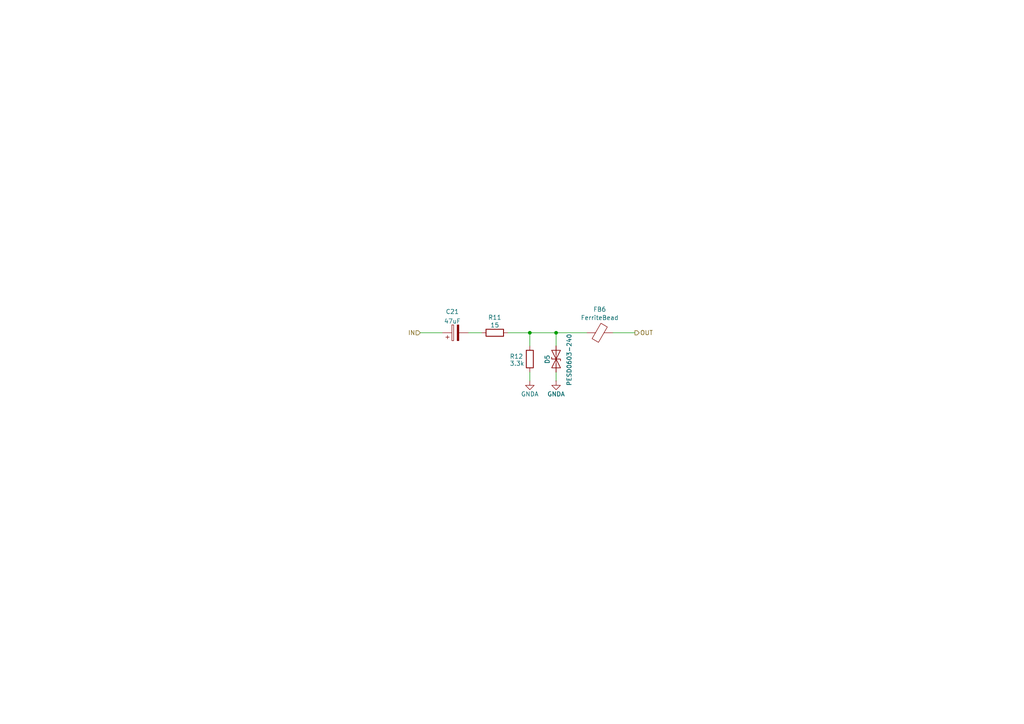
<source format=kicad_sch>
(kicad_sch (version 20250114) (generator "eeschema") (generator_version "9.0")
  (paper "A4")
  (title_block (title "PB2 Bela Mini Proto") (date "2024-11") (rev "rev 1.0"))
  (lib_symbols
    (symbol "Device:C_Polarized" (pin_numbers (hide yes)) (pin_names (offset 0.254))
      (property "Reference" "C" (at 0.635 2.54 0))
      (property "Value" "C_Polarized" (at 0.635 -2.54 0))
      (symbol "C_Polarized_0_1"
        (rectangle (start -2.286 0.508) (end 2.286 1.016))
        (polyline (pts (xy -1.778 2.286) (xy -0.762 2.286)))
        (polyline (pts (xy -1.27 2.794) (xy -1.27 1.778)))
        (rectangle (start 2.286 -0.508) (end -2.286 -1.016) (fill (type outline)))
      )
      (symbol "C_Polarized_1_1"
        (pin passive line (at 0 3.81 270) (length 2.794) (name "~") (number "1"))
        (pin passive line (at 0 -3.81 90) (length 2.794) (name "~") (number "2"))
      )
    )
    (symbol "Device:FerriteBead" (pin_numbers (hide yes)) (pin_names (offset 0))
      (property "Reference" "FB" (at -3.81 0.635 90))
      (property "Value" "FerriteBead" (at 3.81 0 90))
      (symbol "FerriteBead_0_1"
        (polyline (pts (xy -2.7686 0.4064) (xy -1.7018 2.2606) (xy 2.7686 -0.3048) (xy 1.6764 -2.159) (xy -2.7686 0.4064)))
        (polyline (pts (xy 0 1.27) (xy 0 1.2954)))
        (polyline (pts (xy 0 -1.27) (xy 0 -1.2192)))
      )
      (symbol "FerriteBead_1_1"
        (pin passive line (at 0 3.81 270) (length 2.54) (name "~") (number "1"))
        (pin passive line (at 0 -3.81 90) (length 2.54) (name "~") (number "2"))
      )
    )
    (symbol "Device:R" (pin_numbers (hide yes)) (pin_names (offset 0))
      (property "Reference" "R" (at 2.032 0 90))
      (property "Value" "R" (at 0 0 90))
      (symbol "R_0_1"
        (rectangle (start -1.016 -2.54) (end 1.016 2.54) (stroke (width 0.254)))
      )
      (symbol "R_1_1"
        (pin passive line (at 0 3.81 270) (length 1.27) (name "~") (number "1"))
        (pin passive line (at 0 -3.81 90) (length 1.27) (name "~") (number "2"))
      )
    )
    (symbol "Diode:ESD9B5.0ST5G" (pin_numbers (hide yes)) (pin_names (offset 1.016) (hide yes))
      (property "Reference" "D" (at 0 2.54 0))
      (property "Value" "ESD9B5.0ST5G" (at 0 -2.54 0))
      (symbol "ESD9B5.0ST5G_0_1"
        (polyline (pts (xy -2.54 -1.27) (xy 0 0) (xy -2.54 1.27) (xy -2.54 -1.27)) (stroke (width 0.2032)))
        (polyline (pts (xy 0.508 1.27) (xy 0 1.27) (xy 0 -1.27) (xy -0.508 -1.27)) (stroke (width 0.2032)))
        (polyline (pts (xy 1.27 0) (xy -1.27 0)))
        (polyline (pts (xy 2.54 1.27) (xy 2.54 -1.27) (xy 0 0) (xy 2.54 1.27)) (stroke (width 0.2032)))
      )
      (symbol "ESD9B5.0ST5G_1_1"
        (pin passive line (at -3.81 0 0) (length 2.54) (name "A1") (number "1"))
        (pin passive line (at 3.81 0 180) (length 2.54) (name "A2") (number "2"))
      )
    )
    (symbol "power:GNDA" (power) (pin_numbers (hide yes)) (pin_names (offset 0) (hide yes))
      (property "Value" "GNDA" (at 0 -3.81 0))
      (symbol "GNDA_0_1"
        (polyline (pts (xy 0 0) (xy 0 -1.27) (xy 1.27 -1.27) (xy 0 -2.54) (xy -1.27 -1.27) (xy 0 -1.27)))
      )
      (symbol "GNDA_1_1"
        (pin power_in line (at 0 0 270) (length 0) (name "~") (number "1"))
      )
    )
  )
  (junction (at 153.67 96.52))
  (junction (at 161.29 96.52))
  (wire (pts (xy 177.8 96.52) (xy 184.15 96.52)))
  (wire (pts (xy 161.29 96.52) (xy 161.29 100.33)))
  (wire (pts (xy 161.29 107.95) (xy 161.29 110.49)))
  (wire (pts (xy 153.67 96.52) (xy 153.67 100.33)))
  (wire (pts (xy 121.92 96.52) (xy 128.27 96.52)))
  (wire (pts (xy 161.29 96.52) (xy 170.18 96.52)))
  (wire (pts (xy 153.67 96.52) (xy 161.29 96.52)))
  (wire (pts (xy 147.32 96.52) (xy 153.67 96.52)))
  (wire (pts (xy 153.67 107.95) (xy 153.67 110.49)))
  (wire (pts (xy 135.89 96.52) (xy 139.7 96.52)))
  (hierarchical_label "OUT" (shape output) (at 184.15 96.52 0))
  (hierarchical_label "IN" (shape input) (at 121.92 96.52 180))
  (symbol (lib_id "power:GNDA") (at 161.29 110.49 0) (unit 1)
    (property "Reference" "#PWR074" (effects (hide yes)))
    (property "Value" "GNDA" (at 161.29 114.3 0))
    (property "Description" "Power symbol creates a global label with name \"GNDA\" , analog ground" (effects (hide yes)))
    (instances (project "bela_mini_pb2" (path "" (reference "#PWR075") (unit 1)) (path "" (reference "#PWR074") (unit 1))))
  )
  (symbol (lib_id "Device:R") (at 143.51 96.52 270) (unit 1)
    (property "Reference" "R9" (at 143.51 92.075 90))
    (property "Value" "15" (at 143.51 94.3126 90))
    (property "Footprint" "Resistor_SMD:R_0402_1005Metric" (effects (hide yes)))
    (instances (project "bela_mini_pb2" (path "" (reference "R11") (unit 1)) (path "" (reference "R9") (unit 1))))
  )
  (symbol (lib_id "Device:FerriteBead") (at 173.99 96.52 90) (unit 1)
    (property "Reference" "FB5" (at 173.9392 89.7339 90))
    (property "Value" "FerriteBead" (at 173.9392 92.1582 90))
    (property "Footprint" "Inductor_SMD:L_0402_1005Metric" (effects (hide yes)))
    (property "Description" "Ferrite bead" (effects (hide yes)))
    (instances (project "bela_mini_pb2" (path "" (reference "FB6") (unit 1)) (path "" (reference "FB5") (unit 1))))
  )
  (symbol (lib_id "Device:C_Polarized") (at 132.08 96.52 90) (unit 1)
    (property "Reference" "C20" (at 131.191 90.3945 90))
    (property "Value" "47uF" (at 131.191 93.1696 90))
    (property "Footprint" "Capacitor_SMD:C_1206_3216Metric" (effects (hide yes)))
    (instances (project "bela_mini_pb2" (path "" (reference "C21") (unit 1)) (path "" (reference "C20") (unit 1))))
  )
  (symbol (lib_id "Device:R") (at 153.67 104.14 180) (unit 1)
    (property "Reference" "R10" (at 147.828 103.378 0) (effects (justify right)))
    (property "Value" "3.3k" (at 147.828 105.41 0) (effects (justify right)))
    (property "Footprint" "Resistor_SMD:R_0402_1005Metric" (effects (hide yes)))
    (instances (project "bela_mini_pb2" (path "" (reference "R12") (unit 1)) (path "" (reference "R10") (unit 1))))
  )
  (symbol (lib_id "power:GNDA") (at 153.67 110.49 0) (unit 1)
    (property "Reference" "#PWR056" (effects (hide yes)))
    (property "Value" "GNDA" (at 153.67 114.3 0))
    (property "Description" "Power symbol creates a global label with name \"GNDA\" , analog ground" (effects (hide yes)))
    (instances (project "bela_mini_pb2" (path "" (reference "#PWR079") (unit 1)) (path "" (reference "#PWR056") (unit 1))))
  )
  (symbol (lib_id "Diode:ESD9B5.0ST5G") (at 161.29 104.14 90) (unit 1)
    (property "Reference" "D4" (at 158.75 102.87 0) (effects (justify right)))
    (property "Value" "PESD0603-240" (at 165.1 96.774 0) (effects (justify right)))
    (property "Footprint" "Diode_SMD:D_0603_1608Metric" (effects (hide yes)))
    (property "Datasheet" "https://www.onsemi.com/pub/Collateral/ESD9B-D.PDF" (effects (hide yes)))
    (instances (project "bela_mini_pb2" (path "" (reference "D5") (unit 1)) (path "" (reference "D4") (unit 1))))
  )
)
</source>
